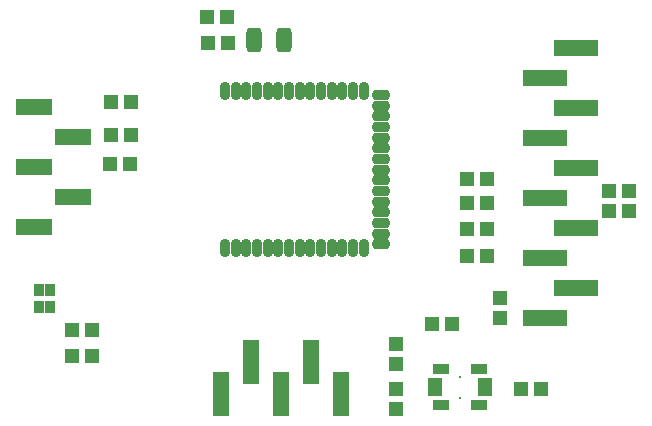
<source format=gts>
G04*
G04 #@! TF.GenerationSoftware,Altium Limited,Altium Designer,22.9.1 (49)*
G04*
G04 Layer_Color=8388736*
%FSLAX44Y44*%
%MOMM*%
G71*
G04*
G04 #@! TF.SameCoordinates,EB67C6D0-91D5-4CF3-8B5F-14A5E2A69FE3*
G04*
G04*
G04 #@! TF.FilePolarity,Negative*
G04*
G01*
G75*
G04:AMPARAMS|DCode=24|XSize=1.4732mm|YSize=0.8132mm|CornerRadius=0.2541mm|HoleSize=0mm|Usage=FLASHONLY|Rotation=270.000|XOffset=0mm|YOffset=0mm|HoleType=Round|Shape=RoundedRectangle|*
%AMROUNDEDRECTD24*
21,1,1.4732,0.3050,0,0,270.0*
21,1,0.9650,0.8132,0,0,270.0*
1,1,0.5082,-0.1525,-0.4825*
1,1,0.5082,-0.1525,0.4825*
1,1,0.5082,0.1525,0.4825*
1,1,0.5082,0.1525,-0.4825*
%
%ADD24ROUNDEDRECTD24*%
G04:AMPARAMS|DCode=25|XSize=1.4732mm|YSize=0.8132mm|CornerRadius=0.2541mm|HoleSize=0mm|Usage=FLASHONLY|Rotation=0.000|XOffset=0mm|YOffset=0mm|HoleType=Round|Shape=RoundedRectangle|*
%AMROUNDEDRECTD25*
21,1,1.4732,0.3050,0,0,0.0*
21,1,0.9650,0.8132,0,0,0.0*
1,1,0.5082,0.4825,-0.1525*
1,1,0.5082,-0.4825,-0.1525*
1,1,0.5082,-0.4825,0.1525*
1,1,0.5082,0.4825,0.1525*
%
%ADD25ROUNDEDRECTD25*%
%ADD26R,1.2032X1.2032*%
%ADD27R,1.2032X1.2032*%
%ADD28R,3.7632X1.4732*%
%ADD29R,3.7632X1.4732*%
%ADD30R,1.1532X1.6032*%
%ADD31R,1.3532X0.9532*%
%ADD32R,1.4732X3.7632*%
%ADD33R,1.4732X3.7632*%
G04:AMPARAMS|DCode=34|XSize=1.3032mm|YSize=2.1032mm|CornerRadius=0.3766mm|HoleSize=0mm|Usage=FLASHONLY|Rotation=0.000|XOffset=0mm|YOffset=0mm|HoleType=Round|Shape=RoundedRectangle|*
%AMROUNDEDRECTD34*
21,1,1.3032,1.3500,0,0,0.0*
21,1,0.5500,2.1032,0,0,0.0*
1,1,0.7532,0.2750,-0.6750*
1,1,0.7532,-0.2750,-0.6750*
1,1,0.7532,-0.2750,0.6750*
1,1,0.7532,0.2750,0.6750*
%
%ADD34ROUNDEDRECTD34*%
%ADD35R,3.1632X1.4732*%
%ADD36R,0.8532X1.0532*%
%ADD37C,0.2032*%
D24*
X569850Y421750D02*
D03*
X560850D02*
D03*
X551850D02*
D03*
X533750D02*
D03*
X506750D02*
D03*
X515750D02*
D03*
X524750D02*
D03*
X542850D02*
D03*
X497750D02*
D03*
X488750D02*
D03*
X479650D02*
D03*
X470650D02*
D03*
X461650D02*
D03*
X452650D02*
D03*
X569850Y554150D02*
D03*
X560850D02*
D03*
X551850D02*
D03*
X533750D02*
D03*
X506750D02*
D03*
X515750D02*
D03*
X524750D02*
D03*
X542850D02*
D03*
X497750D02*
D03*
X488750D02*
D03*
X479650D02*
D03*
X470650D02*
D03*
X461650D02*
D03*
X452650D02*
D03*
D25*
X584550Y469950D02*
D03*
Y460950D02*
D03*
Y433850D02*
D03*
Y424850D02*
D03*
Y442850D02*
D03*
Y451850D02*
D03*
Y478950D02*
D03*
Y487950D02*
D03*
Y551050D02*
D03*
Y542050D02*
D03*
Y515050D02*
D03*
Y505950D02*
D03*
Y496950D02*
D03*
Y524050D02*
D03*
Y533050D02*
D03*
D26*
X373000Y545000D02*
D03*
X356000D02*
D03*
X373000Y517500D02*
D03*
X356000D02*
D03*
X455000Y595000D02*
D03*
X438000D02*
D03*
X454500Y617500D02*
D03*
X437500D02*
D03*
X703000Y302500D02*
D03*
X720000D02*
D03*
X628000Y357500D02*
D03*
X645000D02*
D03*
X372500Y492500D02*
D03*
X355500D02*
D03*
X657500Y415000D02*
D03*
X674500D02*
D03*
X323000Y330000D02*
D03*
X340000D02*
D03*
X323000Y352500D02*
D03*
X340000D02*
D03*
X657500Y460000D02*
D03*
X674500D02*
D03*
X657500Y480000D02*
D03*
X674500D02*
D03*
X657500Y437500D02*
D03*
X674500D02*
D03*
D27*
X777500Y453000D02*
D03*
Y470000D02*
D03*
X795000Y453000D02*
D03*
Y470000D02*
D03*
X597500Y340000D02*
D03*
Y323000D02*
D03*
Y302500D02*
D03*
Y285500D02*
D03*
X685000Y379500D02*
D03*
Y362500D02*
D03*
D28*
X723240Y412750D02*
D03*
Y514350D02*
D03*
D29*
Y463550D02*
D03*
X749940Y438150D02*
D03*
X723240Y361950D02*
D03*
X749940Y387350D02*
D03*
Y539750D02*
D03*
Y488950D02*
D03*
Y590550D02*
D03*
X723240Y565150D02*
D03*
D30*
X672250Y303750D02*
D03*
X630750D02*
D03*
D31*
X667250Y319000D02*
D03*
X635750D02*
D03*
X667250Y288500D02*
D03*
X635750D02*
D03*
D32*
X499600Y298300D02*
D03*
D33*
X448800D02*
D03*
X474200Y325000D02*
D03*
X550400Y298300D02*
D03*
X525000Y325000D02*
D03*
D34*
X477500Y597500D02*
D03*
X502500D02*
D03*
D35*
X323800Y465100D02*
D03*
X291000Y439700D02*
D03*
Y541300D02*
D03*
X323800Y515900D02*
D03*
X291000Y490500D02*
D03*
D36*
X295470Y385710D02*
D03*
X303970D02*
D03*
X295470Y371210D02*
D03*
X303970D02*
D03*
D37*
X651500Y312750D02*
D03*
Y294750D02*
D03*
M02*

</source>
